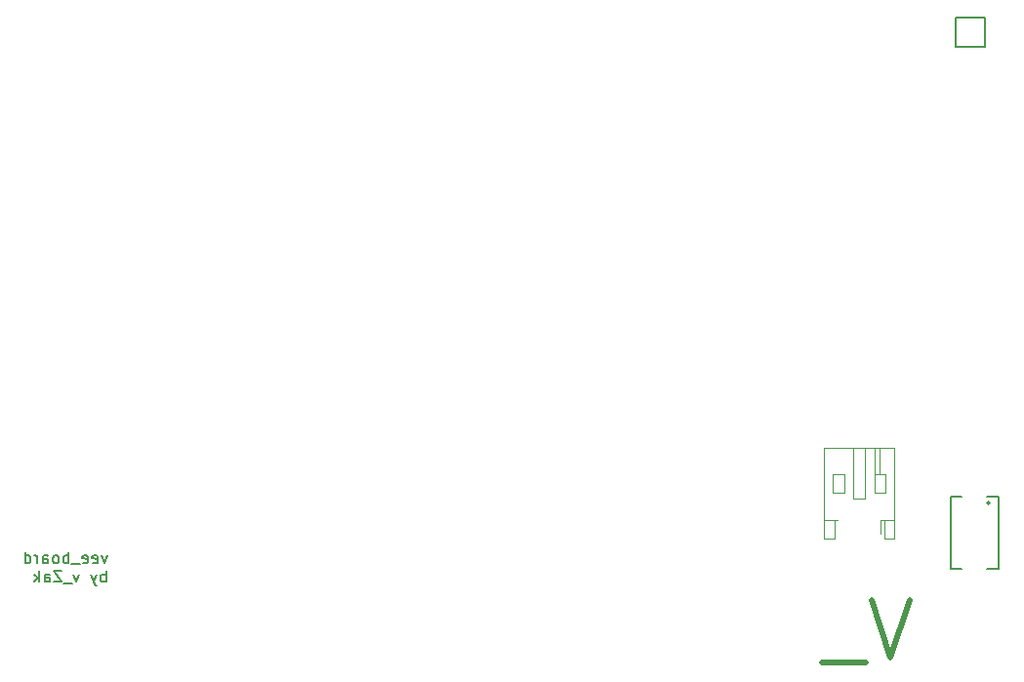
<source format=gbr>
%TF.GenerationSoftware,KiCad,Pcbnew,7.0.9*%
%TF.CreationDate,2023-11-22T09:36:00+00:00*%
%TF.ProjectId,vee_board_routed,7665655f-626f-4617-9264-5f726f757465,v1.0.0*%
%TF.SameCoordinates,Original*%
%TF.FileFunction,Legend,Bot*%
%TF.FilePolarity,Positive*%
%FSLAX46Y46*%
G04 Gerber Fmt 4.6, Leading zero omitted, Abs format (unit mm)*
G04 Created by KiCad (PCBNEW 7.0.9) date 2023-11-22 09:36:00*
%MOMM*%
%LPD*%
G01*
G04 APERTURE LIST*
%ADD10C,0.500000*%
%ADD11C,0.150000*%
%ADD12C,0.200000*%
%ADD13C,0.120000*%
G04 APERTURE END LIST*
D10*
X278594862Y-167082095D02*
X276928195Y-172082095D01*
X276928195Y-172082095D02*
X275261529Y-167082095D01*
X274785339Y-172558285D02*
X270975815Y-172558285D01*
D11*
X208978458Y-163253152D02*
X208740363Y-163919819D01*
X208740363Y-163919819D02*
X208502268Y-163253152D01*
X207740363Y-163872200D02*
X207835601Y-163919819D01*
X207835601Y-163919819D02*
X208026077Y-163919819D01*
X208026077Y-163919819D02*
X208121315Y-163872200D01*
X208121315Y-163872200D02*
X208168934Y-163776961D01*
X208168934Y-163776961D02*
X208168934Y-163396009D01*
X208168934Y-163396009D02*
X208121315Y-163300771D01*
X208121315Y-163300771D02*
X208026077Y-163253152D01*
X208026077Y-163253152D02*
X207835601Y-163253152D01*
X207835601Y-163253152D02*
X207740363Y-163300771D01*
X207740363Y-163300771D02*
X207692744Y-163396009D01*
X207692744Y-163396009D02*
X207692744Y-163491247D01*
X207692744Y-163491247D02*
X208168934Y-163586485D01*
X206883220Y-163872200D02*
X206978458Y-163919819D01*
X206978458Y-163919819D02*
X207168934Y-163919819D01*
X207168934Y-163919819D02*
X207264172Y-163872200D01*
X207264172Y-163872200D02*
X207311791Y-163776961D01*
X207311791Y-163776961D02*
X207311791Y-163396009D01*
X207311791Y-163396009D02*
X207264172Y-163300771D01*
X207264172Y-163300771D02*
X207168934Y-163253152D01*
X207168934Y-163253152D02*
X206978458Y-163253152D01*
X206978458Y-163253152D02*
X206883220Y-163300771D01*
X206883220Y-163300771D02*
X206835601Y-163396009D01*
X206835601Y-163396009D02*
X206835601Y-163491247D01*
X206835601Y-163491247D02*
X207311791Y-163586485D01*
X206645125Y-164015057D02*
X205883220Y-164015057D01*
X205645124Y-163919819D02*
X205645124Y-162919819D01*
X205645124Y-163300771D02*
X205549886Y-163253152D01*
X205549886Y-163253152D02*
X205359410Y-163253152D01*
X205359410Y-163253152D02*
X205264172Y-163300771D01*
X205264172Y-163300771D02*
X205216553Y-163348390D01*
X205216553Y-163348390D02*
X205168934Y-163443628D01*
X205168934Y-163443628D02*
X205168934Y-163729342D01*
X205168934Y-163729342D02*
X205216553Y-163824580D01*
X205216553Y-163824580D02*
X205264172Y-163872200D01*
X205264172Y-163872200D02*
X205359410Y-163919819D01*
X205359410Y-163919819D02*
X205549886Y-163919819D01*
X205549886Y-163919819D02*
X205645124Y-163872200D01*
X204597505Y-163919819D02*
X204692743Y-163872200D01*
X204692743Y-163872200D02*
X204740362Y-163824580D01*
X204740362Y-163824580D02*
X204787981Y-163729342D01*
X204787981Y-163729342D02*
X204787981Y-163443628D01*
X204787981Y-163443628D02*
X204740362Y-163348390D01*
X204740362Y-163348390D02*
X204692743Y-163300771D01*
X204692743Y-163300771D02*
X204597505Y-163253152D01*
X204597505Y-163253152D02*
X204454648Y-163253152D01*
X204454648Y-163253152D02*
X204359410Y-163300771D01*
X204359410Y-163300771D02*
X204311791Y-163348390D01*
X204311791Y-163348390D02*
X204264172Y-163443628D01*
X204264172Y-163443628D02*
X204264172Y-163729342D01*
X204264172Y-163729342D02*
X204311791Y-163824580D01*
X204311791Y-163824580D02*
X204359410Y-163872200D01*
X204359410Y-163872200D02*
X204454648Y-163919819D01*
X204454648Y-163919819D02*
X204597505Y-163919819D01*
X203407029Y-163919819D02*
X203407029Y-163396009D01*
X203407029Y-163396009D02*
X203454648Y-163300771D01*
X203454648Y-163300771D02*
X203549886Y-163253152D01*
X203549886Y-163253152D02*
X203740362Y-163253152D01*
X203740362Y-163253152D02*
X203835600Y-163300771D01*
X203407029Y-163872200D02*
X203502267Y-163919819D01*
X203502267Y-163919819D02*
X203740362Y-163919819D01*
X203740362Y-163919819D02*
X203835600Y-163872200D01*
X203835600Y-163872200D02*
X203883219Y-163776961D01*
X203883219Y-163776961D02*
X203883219Y-163681723D01*
X203883219Y-163681723D02*
X203835600Y-163586485D01*
X203835600Y-163586485D02*
X203740362Y-163538866D01*
X203740362Y-163538866D02*
X203502267Y-163538866D01*
X203502267Y-163538866D02*
X203407029Y-163491247D01*
X202930838Y-163919819D02*
X202930838Y-163253152D01*
X202930838Y-163443628D02*
X202883219Y-163348390D01*
X202883219Y-163348390D02*
X202835600Y-163300771D01*
X202835600Y-163300771D02*
X202740362Y-163253152D01*
X202740362Y-163253152D02*
X202645124Y-163253152D01*
X201883219Y-163919819D02*
X201883219Y-162919819D01*
X201883219Y-163872200D02*
X201978457Y-163919819D01*
X201978457Y-163919819D02*
X202168933Y-163919819D01*
X202168933Y-163919819D02*
X202264171Y-163872200D01*
X202264171Y-163872200D02*
X202311790Y-163824580D01*
X202311790Y-163824580D02*
X202359409Y-163729342D01*
X202359409Y-163729342D02*
X202359409Y-163443628D01*
X202359409Y-163443628D02*
X202311790Y-163348390D01*
X202311790Y-163348390D02*
X202264171Y-163300771D01*
X202264171Y-163300771D02*
X202168933Y-163253152D01*
X202168933Y-163253152D02*
X201978457Y-163253152D01*
X201978457Y-163253152D02*
X201883219Y-163300771D01*
X208883220Y-165529819D02*
X208883220Y-164529819D01*
X208883220Y-164910771D02*
X208787982Y-164863152D01*
X208787982Y-164863152D02*
X208597506Y-164863152D01*
X208597506Y-164863152D02*
X208502268Y-164910771D01*
X208502268Y-164910771D02*
X208454649Y-164958390D01*
X208454649Y-164958390D02*
X208407030Y-165053628D01*
X208407030Y-165053628D02*
X208407030Y-165339342D01*
X208407030Y-165339342D02*
X208454649Y-165434580D01*
X208454649Y-165434580D02*
X208502268Y-165482200D01*
X208502268Y-165482200D02*
X208597506Y-165529819D01*
X208597506Y-165529819D02*
X208787982Y-165529819D01*
X208787982Y-165529819D02*
X208883220Y-165482200D01*
X208073696Y-164863152D02*
X207835601Y-165529819D01*
X207597506Y-164863152D02*
X207835601Y-165529819D01*
X207835601Y-165529819D02*
X207930839Y-165767914D01*
X207930839Y-165767914D02*
X207978458Y-165815533D01*
X207978458Y-165815533D02*
X208073696Y-165863152D01*
X206549886Y-164863152D02*
X206311791Y-165529819D01*
X206311791Y-165529819D02*
X206073696Y-164863152D01*
X205930839Y-165625057D02*
X205168934Y-165625057D01*
X205026076Y-164529819D02*
X204359410Y-164529819D01*
X204359410Y-164529819D02*
X205026076Y-165529819D01*
X205026076Y-165529819D02*
X204359410Y-165529819D01*
X203549886Y-165529819D02*
X203549886Y-165006009D01*
X203549886Y-165006009D02*
X203597505Y-164910771D01*
X203597505Y-164910771D02*
X203692743Y-164863152D01*
X203692743Y-164863152D02*
X203883219Y-164863152D01*
X203883219Y-164863152D02*
X203978457Y-164910771D01*
X203549886Y-165482200D02*
X203645124Y-165529819D01*
X203645124Y-165529819D02*
X203883219Y-165529819D01*
X203883219Y-165529819D02*
X203978457Y-165482200D01*
X203978457Y-165482200D02*
X204026076Y-165386961D01*
X204026076Y-165386961D02*
X204026076Y-165291723D01*
X204026076Y-165291723D02*
X203978457Y-165196485D01*
X203978457Y-165196485D02*
X203883219Y-165148866D01*
X203883219Y-165148866D02*
X203645124Y-165148866D01*
X203645124Y-165148866D02*
X203549886Y-165101247D01*
X203073695Y-165529819D02*
X203073695Y-164529819D01*
X202978457Y-165148866D02*
X202692743Y-165529819D01*
X202692743Y-164863152D02*
X203073695Y-165244104D01*
D12*
%TO.C,S37*%
X282170000Y-164370000D02*
X282170000Y-158170000D01*
X283120000Y-164370000D02*
X282170000Y-164370000D01*
X285320000Y-164370000D02*
X286270000Y-164370000D01*
X286270000Y-164370000D02*
X286270000Y-158170000D01*
X282170000Y-158170000D02*
X283120000Y-158170000D01*
X286270000Y-158170000D02*
X285320000Y-158170000D01*
X285520000Y-158670000D02*
G75*
G03*
X285520000Y-158670000I-100000J0D01*
G01*
D11*
%TO.C,MCU1*%
X282570000Y-116530000D02*
X285110000Y-116530000D01*
X282570000Y-116530000D02*
X282570000Y-119070000D01*
X285110000Y-119070000D02*
X285110000Y-116530000D01*
X282570000Y-119070000D02*
X285110000Y-119070000D01*
D13*
%TO.C,_1*%
X277280000Y-161730000D02*
X277280000Y-153910000D01*
X277280000Y-160130000D02*
X276360000Y-160130000D01*
X277280000Y-153910000D02*
X271160000Y-153910000D01*
X276520000Y-157770000D02*
X276520000Y-156170000D01*
X276520000Y-156170000D02*
X275520000Y-156170000D01*
X276360000Y-161730000D02*
X277280000Y-161730000D01*
X276360000Y-160130000D02*
X276360000Y-161730000D01*
X276080000Y-160130000D02*
X276360000Y-160130000D01*
X276080000Y-160130000D02*
X276080000Y-161345000D01*
X276020000Y-156170000D02*
X276020000Y-153910000D01*
X275520000Y-157770000D02*
X276520000Y-157770000D01*
X275520000Y-156170000D02*
X275520000Y-157770000D01*
X275520000Y-156170000D02*
X275520000Y-153910000D01*
X274720000Y-158270000D02*
X273720000Y-158270000D01*
X274720000Y-153910000D02*
X274720000Y-158270000D01*
X273720000Y-158270000D02*
X273720000Y-153910000D01*
X272920000Y-157770000D02*
X271920000Y-157770000D01*
X272920000Y-156170000D02*
X272920000Y-157770000D01*
X272080000Y-161730000D02*
X272080000Y-160130000D01*
X272080000Y-160130000D02*
X272360000Y-160130000D01*
X271920000Y-157770000D02*
X271920000Y-156170000D01*
X271920000Y-156170000D02*
X272920000Y-156170000D01*
X271160000Y-161730000D02*
X272080000Y-161730000D01*
X271160000Y-160130000D02*
X272080000Y-160130000D01*
X271160000Y-153910000D02*
X271160000Y-161730000D01*
%TD*%
M02*

</source>
